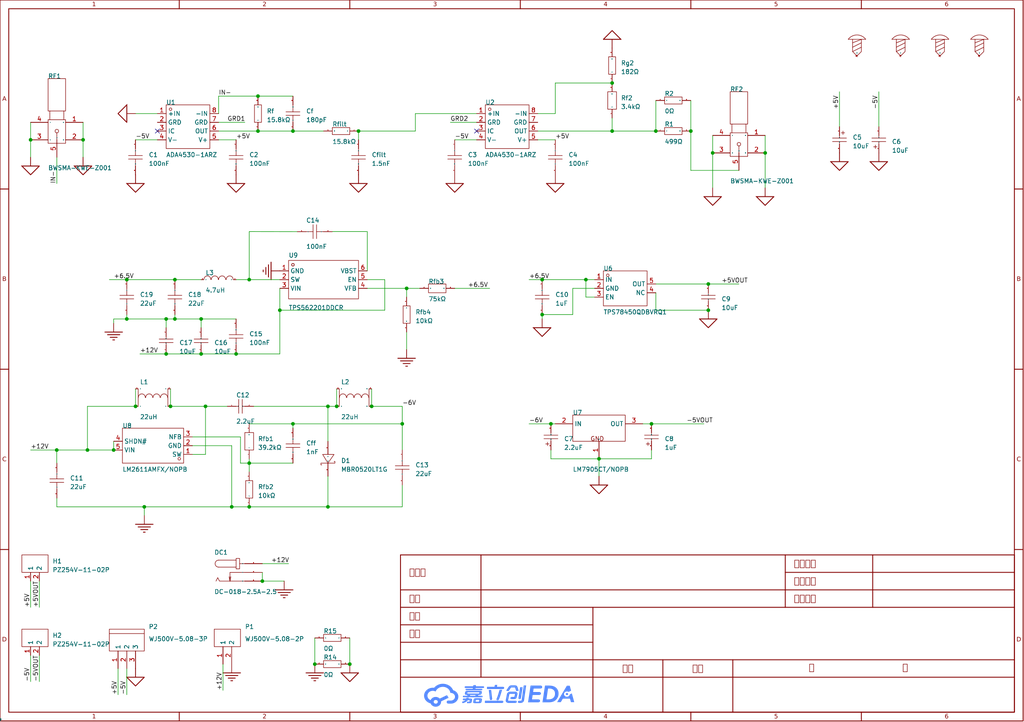
<source format=kicad_sch>
(kicad_sch (version 20250114) (generator "eeschema") (generator_version "9.0")
  (paper "User" 297.434 209.804)
  (junction (at 68.58 102.87))
  (junction (at 48.26 102.87))
  (junction (at 157.48 81.28))
  (junction (at 91.44 193.04))
  (junction (at 101.6 193.04))
  (junction (at 116.84 123.19))
  (junction (at 25.4 130.81))
  (junction (at 205.74 90.17))
  (junction (at 104.14 38.1))
  (junction (at 49.53 118.11))
  (junction (at 85.09 123.19))
  (junction (at 74.93 38.1))
  (junction (at 190.5 38.1))
  (junction (at 39.37 118.11))
  (junction (at 48.26 92.71))
  (junction (at 177.8 24.13))
  (junction (at 177.8 38.1))
  (junction (at 74.93 27.94))
  (junction (at 72.39 81.28))
  (junction (at 16.4846 130.81))
  (junction (at 72.39 134.62))
  (junction (at 170.18 81.28))
  (junction (at 58.42 102.87))
  (junction (at 160.02 123.19))
  (junction (at 85.09 38.1))
  (junction (at 95.25 147.32))
  (junction (at 207.01 44.45))
  (junction (at 81.28 90.17))
  (junction (at 200.66 38.1))
  (junction (at 36.83 92.71))
  (junction (at 173.99 133.35))
  (junction (at 157.48 91.44))
  (junction (at 222.25 44.45))
  (junction (at 24.13 40.64))
  (junction (at 50.8 92.71))
  (junction (at 205.74 82.55))
  (junction (at 97.79 118.11))
  (junction (at 33.02 130.81))
  (junction (at 59.69 118.11))
  (junction (at 76.2 168.91))
  (junction (at 67.31 147.32))
  (junction (at 58.42 92.71))
  (junction (at 41.91 147.32))
  (junction (at 95.25 118.11))
  (junction (at 72.39 147.32))
  (junction (at 189.23 123.19))
  (junction (at 118.11 83.82))
  (junction (at 8.89 40.64))
  (junction (at 36.83 81.28))
  (junction (at 50.8 81.28))
  (junction (at 107.95 118.11))
  (no_connect (at 138.43 38.1))
  (no_connect (at 45.72 38.1))
  (wire (pts (xy 63.5 33.02) (xy 63.5 27.94)))
  (wire (pts (xy 156.21 33.02) (xy 161.29 33.02)))
  (wire (pts (xy 190.5 85.09) (xy 190.5 90.17)))
  (wire (pts (xy 36.83 91.44) (xy 36.83 92.71)))
  (wire (pts (xy 111.76 81.28) (xy 106.68 81.28)))
  (wire (pts (xy 222.25 39.37) (xy 222.25 44.45)))
  (wire (pts (xy 24.13 35.56) (xy 24.13 40.64)))
  (wire (pts (xy 76.2 163.83) (xy 83.82 163.83)))
  (wire (pts (xy 160.02 130.81) (xy 160.02 133.35)))
  (wire (pts (xy 177.8 34.29) (xy 177.8 38.1)))
  (wire (pts (xy 153.67 123.19) (xy 160.02 123.19)))
  (wire (pts (xy 8.89 45.72) (xy 8.89 40.64)))
  (wire (pts (xy 81.28 81.28) (xy 72.39 81.28)))
  (wire (pts (xy 63.5 35.56) (xy 71.12 35.56)))
  (wire (pts (xy 104.14 38.1) (xy 104.14 40.64)))
  (wire (pts (xy 207.01 39.37) (xy 207.01 44.45)))
  (wire (pts (xy 33.02 92.71) (xy 36.83 92.71)))
  (wire (pts (xy 222.25 54.61) (xy 222.25 44.45)))
  (wire (pts (xy 156.21 40.64) (xy 161.29 40.64)))
  (wire (pts (xy 160.02 133.35) (xy 173.99 133.35)))
  (wire (pts (xy 49.53 118.11) (xy 59.69 118.11)))
  (wire (pts (xy 190.5 90.17) (xy 205.74 90.17)))
  (wire (pts (xy 97.79 113.03) (xy 97.79 118.11)))
  (wire (pts (xy 11.43 190.5) (xy 11.43 198.12)))
  (wire (pts (xy 120.65 33.02) (xy 120.65 38.1)))
  (wire (pts (xy 138.43 40.64) (xy 132.08 40.64)))
  (wire (pts (xy 63.5 38.1) (xy 74.93 38.1)))
  (wire (pts (xy 138.43 35.56) (xy 130.81 35.56)))
  (wire (pts (xy 157.48 81.28) (xy 170.18 81.28)))
  (wire (pts (xy 72.39 134.62) (xy 69.85 134.62)))
  (wire (pts (xy 68.58 81.28) (xy 72.39 81.28)))
  (wire (pts (xy 25.4 118.11) (xy 25.4 130.81)))
  (wire (pts (xy 48.26 92.71) (xy 50.8 92.71)))
  (wire (pts (xy 59.69 118.11) (xy 59.69 132.08)))
  (wire (pts (xy 160.02 123.19) (xy 161.29 123.19)))
  (wire (pts (xy 76.2 168.91) (xy 82.55 168.91)))
  (wire (pts (xy 106.68 78.74) (xy 106.68 67.31)))
  (wire (pts (xy 207.01 54.61) (xy 207.01 44.45)))
  (wire (pts (xy 189.23 123.19) (xy 186.69 123.19)))
  (wire (pts (xy 106.68 67.31) (xy 96.52 67.31)))
  (wire (pts (xy 205.74 82.55) (xy 190.5 82.55)))
  (wire (pts (xy 156.21 38.1) (xy 177.8 38.1)))
  (wire (pts (xy 157.48 91.44) (xy 166.37 91.44)))
  (wire (pts (xy 120.65 38.1) (xy 104.14 38.1)))
  (wire (pts (xy 72.39 137.16) (xy 72.39 134.62)))
  (wire (pts (xy 93.98 38.1) (xy 85.09 38.1)))
  (wire (pts (xy 161.29 33.02) (xy 161.29 24.13)))
  (wire (pts (xy 85.09 124.46) (xy 85.09 123.19)))
  (wire (pts (xy 118.11 96.52) (xy 118.11 101.6)))
  (wire (pts (xy 69.85 127) (xy 55.88 127)))
  (wire (pts (xy 91.44 185.42) (xy 91.44 193.04)))
  (wire (pts (xy 118.11 83.82) (xy 106.68 83.82)))
  (wire (pts (xy 72.39 67.31) (xy 72.39 81.28)))
  (wire (pts (xy 67.31 147.32) (xy 41.91 147.32)))
  (wire (pts (xy 48.26 92.71) (xy 36.83 92.71)))
  (wire (pts (xy 95.25 118.11) (xy 97.79 118.11)))
  (wire (pts (xy 189.23 123.19) (xy 204.47 123.19)))
  (wire (pts (xy 64.77 200.66) (xy 64.77 193.04)))
  (wire (pts (xy 48.26 92.71) (xy 48.26 95.25)))
  (wire (pts (xy 72.39 67.31) (xy 86.36 67.3354)))
  (wire (pts (xy 157.48 91.44) (xy 157.48 92.71)))
  (wire (pts (xy 95.25 147.32) (xy 116.84 147.32)))
  (wire (pts (xy 69.85 127) (xy 69.85 134.62)))
  (wire (pts (xy 16.4846 130.81) (xy 8.89 130.81)))
  (wire (pts (xy 116.84 140.97) (xy 116.84 147.32)))
  (wire (pts (xy 76.2 166.37) (xy 76.2 168.91)))
  (wire (pts (xy 161.29 24.13) (xy 177.8 24.13)))
  (wire (pts (xy 66.04 118.11) (xy 59.69 118.11)))
  (wire (pts (xy 138.43 33.02) (xy 120.65 33.02)))
  (wire (pts (xy 58.42 92.71) (xy 58.42 95.25)))
  (wire (pts (xy 39.37 118.11) (xy 39.37 113.03)))
  (wire (pts (xy 67.31 129.54) (xy 67.31 147.32)))
  (wire (pts (xy 55.88 129.54) (xy 67.31 129.54)))
  (wire (pts (xy 63.5 27.94) (xy 74.93 27.94)))
  (wire (pts (xy 50.8 81.28) (xy 36.83 81.28)))
  (wire (pts (xy 85.09 27.94) (xy 74.93 27.94)))
  (wire (pts (xy 41.91 147.32) (xy 16.51 147.32)))
  (wire (pts (xy 33.02 93.98) (xy 33.02 92.71)))
  (wire (pts (xy 85.09 123.19) (xy 116.84 123.19)))
  (wire (pts (xy 255.27 36.83) (xy 255.27 26.67)))
  (wire (pts (xy 55.88 132.08) (xy 59.69 132.08)))
  (wire (pts (xy 68.58 92.71) (xy 58.42 92.71)))
  (wire (pts (xy 153.67 81.28) (xy 157.48 81.28)))
  (wire (pts (xy 111.76 90.17) (xy 111.76 81.28)))
  (wire (pts (xy 107.95 113.03) (xy 107.95 118.11)))
  (wire (pts (xy 200.66 38.1) (xy 200.66 29.21)))
  (wire (pts (xy 95.25 138.43) (xy 95.25 147.32)))
  (wire (pts (xy 36.83 201.93) (xy 36.83 194.31)))
  (wire (pts (xy 16.51 45.72) (xy 16.51 53.34)))
  (wire (pts (xy 16.51 144.78) (xy 16.51 147.32)))
  (wire (pts (xy 50.8 91.44) (xy 50.8 92.71)))
  (wire (pts (xy 48.26 102.87) (xy 40.64 102.87)))
  (wire (pts (xy 31.75 81.28) (xy 36.83 81.28)))
  (wire (pts (xy 173.99 138.43) (xy 173.99 133.35)))
  (wire (pts (xy 170.18 81.28) (xy 172.72 81.28)))
  (wire (pts (xy 33.02 128.27) (xy 33.02 130.81)))
  (wire (pts (xy 116.84 118.11) (xy 107.95 118.11)))
  (wire (pts (xy 81.28 102.87) (xy 68.58 102.87)))
  (wire (pts (xy 172.72 86.36) (xy 170.18 86.36)))
  (wire (pts (xy 73.66 118.11) (xy 95.25 118.11)))
  (wire (pts (xy 214.63 49.53) (xy 200.66 49.53)))
  (wire (pts (xy 173.99 133.35) (xy 189.23 133.35)))
  (wire (pts (xy 243.84 36.83) (xy 243.84 26.67)))
  (wire (pts (xy 116.84 130.81) (xy 116.84 123.19)))
  (wire (pts (xy 81.28 83.82) (xy 81.28 90.17)))
  (wire (pts (xy 25.4 130.81) (xy 33.02 130.81)))
  (wire (pts (xy 101.6 185.42) (xy 101.6 193.04)))
  (wire (pts (xy 39.37 118.11) (xy 25.4 118.11)))
  (wire (pts (xy 95.25 128.27) (xy 95.25 118.11)))
  (wire (pts (xy 45.72 33.02) (xy 39.37 33.02)))
  (wire (pts (xy 8.89 176.53) (xy 8.89 168.91)))
  (wire (pts (xy 25.4 130.81) (xy 16.4846 130.81)))
  (wire (pts (xy 72.39 147.32) (xy 67.31 147.32)))
  (wire (pts (xy 68.58 102.87) (xy 58.42 102.87)))
  (wire (pts (xy 72.39 134.62) (xy 72.39 133.35)))
  (wire (pts (xy 170.18 86.36) (xy 170.18 81.28)))
  (wire (pts (xy 121.92 83.82) (xy 118.11 83.82)))
  (wire (pts (xy 205.74 82.55) (xy 214.63 82.55)))
  (wire (pts (xy 166.37 83.82) (xy 166.37 91.44)))
  (wire (pts (xy 116.84 118.11) (xy 116.84 123.19)))
  (wire (pts (xy 16.4846 134.62) (xy 16.4846 130.81)))
  (wire (pts (xy 58.42 102.87) (xy 48.26 102.87)))
  (wire (pts (xy 49.53 118.11) (xy 49.53 113.03)))
  (wire (pts (xy 41.91 149.86) (xy 41.91 147.32)))
  (wire (pts (xy 200.66 38.1) (xy 200.66 49.53)))
  (wire (pts (xy 45.72 40.64) (xy 39.37 40.64)))
  (wire (pts (xy 118.11 83.82) (xy 118.11 86.36)))
  (wire (pts (xy 63.5 40.64) (xy 68.58 40.64)))
  (wire (pts (xy 81.28 102.87) (xy 81.28 90.17)))
  (wire (pts (xy 132.08 83.82) (xy 142.24 83.82)))
  (wire (pts (xy 24.13 45.72) (xy 24.13 40.64)))
  (wire (pts (xy 85.09 134.62) (xy 72.39 134.62)))
  (wire (pts (xy 81.28 90.17) (xy 111.76 90.17)))
  (wire (pts (xy 58.42 81.28) (xy 50.8 81.28)))
  (wire (pts (xy 190.5 38.1) (xy 177.8 38.1)))
  (wire (pts (xy 190.5 38.1) (xy 190.5 29.21)))
  (wire (pts (xy 8.89 198.12) (xy 8.89 190.5)))
  (wire (pts (xy 85.09 38.1) (xy 74.93 38.1)))
  (wire (pts (xy 172.72 83.82) (xy 166.37 83.82)))
  (wire (pts (xy 85.09 123.19) (xy 72.39 123.19)))
  (wire (pts (xy 34.29 201.93) (xy 34.29 194.31)))
  (wire (pts (xy 58.42 92.71) (xy 50.8 92.71)))
  (wire (pts (xy 72.39 147.32) (xy 95.25 147.32)))
  (wire (pts (xy 11.43 168.91) (xy 11.43 176.53)))
  (wire (pts (xy 189.23 133.35) (xy 189.23 130.81)))
  (wire (pts (xy 8.89 35.56) (xy 8.89 40.64)))
  (label "IN-" (at 63.5 27.94 0))
  (label "-5V" (at 255.27 31.75 90))
  (label "-5VOUT" (at 199.39 123.19 0))
  (label "-5V" (at 8.89 198.12 90))
  (label "+5V" (at 161.29 40.64 0))
  (label "+12V" (at 8.89 130.81 0))
  (label "+5VOUT" (at 11.43 176.53 90))
  (label "+5V" (at 34.29 201.93 90))
  (label "+5V" (at 8.89 176.53 90))
  (label "IN-" (at 16.51 53.34 90))
  (label "+12V" (at 78.74 163.83 0))
  (label "GRD1" (at 66.04 35.56 0))
  (label "+6.5V" (at 33.02 81.28 0))
  (label "+5VOUT" (at 209.55 82.55 0))
  (label "+6.5V" (at 153.67 81.28 0))
  (label "+5V" (at 243.84 31.75 90))
  (label "GRD2" (at 130.81 35.56 0))
  (label "-5V" (at 36.83 201.93 90))
  (label "+12V" (at 64.77 200.66 90))
  (label "-6V" (at 116.84 118.11 0))
  (label "+6.5V" (at 135.89 83.82 0))
  (label "+12V" (at 40.64 102.87 0))
  (label "-5V" (at 132.08 40.64 0))
  (label "+5V" (at 68.58 40.64 0))
  (label "-5VOUT" (at 11.43 198.12 90))
  (label "-6V" (at 153.67 123.19 0))
  (label "-5V" (at 39.37 40.64 0))
  (symbol (lib_id "ADA4530_20-easyedapro:Ground-AGND") (at 24.13 45.72 0) (unit 1)
    (property "Reference" "#PWR?" (effects (hide yes)))
    (property "Footprint" "ADA4530_20-easyedapro:" (effects (hide yes)))
  )
  (symbol (lib_id "ADA4530_20-easyedapro:0805W8F1582T5E") (at 99.06 38.1 180) (unit 1)
    (property "Reference" "Rfilt" (at 96.52 36.83 0) (effects (justify right top)))
    (property "Value" "15.8kΩ" (at 96.52 41.91 0) (effects (justify right top)))
    (property "Footprint" "ADA4530_20-easyedapro:R0805" (effects (hide yes)))
    (property "Datasheet" "https://atta.szlcsc.com/upload/public/pdf/source/20200306/C422600_1E6D84923E4A46A82E41ADD87F860B5C.pdf" (effects (hide yes)))
    (property "Description" "电阻类型:厚膜电阻;阻值:15.8kΩ;精度:±1%;功率:125mW;最大工作电压:150V;温度系数:±100ppm/°C;" (effects (hide yes)))
    (property "Manufacturer Part" "RT0805BRD071K33L" (effects (hide yes)))
    (property "Manufacturer" "YAGEO(国巨)" (effects (hide yes)))
    (property "Supplier Part" "C865258" (effects (hide yes)))
    (property "Supplier" "LCSC" (effects (hide yes)))
    (property "LCSC Part Name" "15.8kΩ ±1% 125mW 厚膜电阻" (effects (hide yes)))
  )
  (symbol (lib_id "ADA4530_20-easyedapro:LM7905CT/NOPB") (at 173.99 128.27 0) (unit 1)
    (property "Reference" "U7" (at 166.37 120.65 0) (effects (justify left bottom)))
    (property "Value" "LM7905CT/NOPB" (at 166.37 137.16 0) (effects (justify left bottom)))
    (property "Footprint" "ADA4530_20-easyedapro:TO-220-3_L10.0-W4.5-P2.54-L" (effects (hide yes)))
    (property "Datasheet" "https://www.ti.com/cn/lit/gpn/lm79" (effects (hide yes)))
    (property "Description" "输出类型:固定;最大输入电压:25V;输出电压:5V;输出电流:1.5A;电源纹波抑制比(PSRR):66dB@(120Hz);输出极性:负极;" (effects (hide yes)))
    (property "Manufacturer Part" "LM7905CT/NOPB" (effects (hide yes)))
    (property "Manufacturer" "TI(德州仪器)" (effects (hide yes)))
    (property "Supplier Part" "C352863" (effects (hide yes)))
    (property "Supplier" "LCSC" (effects (hide yes)))
    (property "LCSC Part Name" "1.5A 负电压线性稳压器" (effects (hide yes)))
  )
  (symbol (lib_id "ADA4530_20-easyedapro:CR32NP-220KC") (at 44.45 115.57 0) (unit 1)
    (property "Reference" "L1" (at 40.64 111.76 0) (effects (justify left bottom)))
    (property "Value" "22uH" (at 40.64 121.92 0) (effects (justify left bottom)))
    (property "Footprint" "ADA4530_20-easyedapro:IND-SMD_4P-L3.8-W3.5_BL" (effects (hide yes)))
    (property "Datasheet" "https://atta.szlcsc.com/upload/public/pdf/source/20180224/C167313_15194366459971363664.pdf" (effects (hide yes)))
    (property "Description" "电感值:22uH;精度:±10%;额定电流:500mA;饱和电流(Isat):-;类型:-;" (effects (hide yes)))
    (property "Manufacturer Part" "CR32NP-220KC" (effects (hide yes)))
    (property "Manufacturer" "Sumida(胜美达)" (effects (hide yes)))
    (property "Supplier Part" "C167313" (effects (hide yes)))
    (property "Supplier" "LCSC" (effects (hide yes)))
    (property "LCSC Part Name" "22uH ±10%" (effects (hide yes)))
  )
  (symbol (lib_id "ADA4530_20-easyedapro:Ground-GND") (at 82.55 168.91 0) (unit 1)
    (property "Reference" "#PWR?" (effects (hide yes)))
    (property "Footprint" "ADA4530_20-easyedapro:" (effects (hide yes)))
  )
  (symbol (lib_id "ADA4530_20-easyedapro:LM2611AMFX/NOPB") (at 44.45 129.54 180) (unit 1)
    (property "Reference" "U8" (at 35.56 124.46 0) (effects (justify right top)))
    (property "Value" "LM2611AMFX/NOPB" (at 35.56 137.16 0) (effects (justify right top)))
    (property "Footprint" "ADA4530_20-easyedapro:SOT-23-5_L2.9-W1.6-P0.95-LS2.8-BR" (effects (hide yes)))
    (property "Datasheet" "https://www.ti.com/cn/lit/gpn/lm2611" (effects (hide yes)))
    (property "Description" "功能类型:升降压型;输出类型:可调;输入电压:2.7V~14V;输出电压:-32V~-1.23V;输出电流(最大值):1.2A;" (effects (hide yes)))
    (property "Manufacturer Part" "LM2611AMFX/NOPB" (effects (hide yes)))
    (property "Manufacturer" "TI(德州仪器)" (effects (hide yes)))
    (property "Supplier Part" "C2072505" (effects (hide yes)))
    (property "Supplier" "LCSC" (effects (hide yes)))
    (property "LCSC Part Name" "LM2611AMFX/NOPB" (effects (hide yes)))
  )
  (symbol (lib_id "ADA4530_20-easyedapro:Ground-GND") (at 118.11 101.6 0) (unit 1)
    (property "Reference" "#PWR?" (effects (hide yes)))
    (property "Footprint" "ADA4530_20-easyedapro:" (effects (hide yes)))
  )
  (symbol (lib_id "ADA4530_20-easyedapro:DC-018-2.5A-2.5") (at 68.58 166.37 0) (unit 1)
    (property "Reference" "DC1" (at 62.23 161.29 0) (effects (justify left bottom)))
    (property "Value" "DC-018-2.5A-2.5" (at 62.23 172.72 0) (effects (justify left bottom)))
    (property "Footprint" "ADA4530_20-easyedapro:DC-IN-TH_DC-018" (effects (hide yes)))
    (property "Datasheet" "https://atta.szlcsc.com/upload/public/pdf/source/20211011/841513E81FE39239E013AD10F679532A.pdf" (effects (hide yes)))
    (property "Description" "连接器类型:DC电源插座;安装方式:直插;触点内径:2.5mm;触点外径:5.5mm;额定电流:2.5A;额定电压:24V;工作温度范围:-20°C~+70°C;" (effects (hide yes)))
    (property "Manufacturer Part" "DC-018-2.5A-2.5" (effects (hide yes)))
    (property "Manufacturer" "XKB Connection(中国星坤)" (effects (hide yes)))
    (property "Supplier Part" "C2880553" (effects (hide yes)))
    (property "Supplier" "LCSC" (effects (hide yes)))
    (property "LCSC Part Name" "DC电源插座 内径:2.5mm 外径:5.5mm" (effects (hide yes)))
  )
  (symbol (lib_id "ADA4530_20-easyedapro:CC1206KKX7R7BB225") (at 69.85 118.11 0) (unit 1)
    (property "Reference" "C12" (at 68.58 115.57 0) (effects (justify left bottom)))
    (property "Value" "2.2uF" (at 68.58 123.19 0) (effects (justify left bottom)))
    (property "Footprint" "ADA4530_20-easyedapro:C1206" (effects (hide yes)))
    (property "Datasheet" "https://atta.szlcsc.com/upload/public/pdf/source/20170914/C128857_1505359892143968080.pdf" (effects (hide yes)))
    (property "Description" "容值:2.2uF;精度:±10%;额定电压:16V;材质(温度系数):X7R;" (effects (hide yes)))
    (property "Manufacturer Part" "CC1206KKX7R7BB225" (effects (hide yes)))
    (property "Manufacturer" "YAGEO(国巨)" (effects (hide yes)))
    (property "Supplier Part" "C107183" (effects (hide yes)))
    (property "Supplier" "LCSC" (effects (hide yes)))
    (property "LCSC Part Name" "2.2uF ±10% 16V" (effects (hide yes)))
  )
  (symbol (lib_id "ADA4530_20-easyedapro:0603WAF4990T5E") (at 195.58 38.1 0) (unit 1)
    (property "Reference" "R1" (at 193.04 36.83 0) (effects (justify left bottom)))
    (property "Value" "499Ω" (at 193.04 41.91 0) (effects (justify left bottom)))
    (property "Footprint" "ADA4530_20-easyedapro:R0603" (effects (hide yes)))
    (property "Datasheet" "https://atta.szlcsc.com/upload/public/pdf/source/20200306/C422600_1E6D84923E4A46A82E41ADD87F860B5C.pdf" (effects (hide yes)))
    (property "Description" "电阻类型:厚膜电阻;阻值:499Ω;精度:±1%;功率:100mW;最大工作电压:75V;温度系数:±100ppm/°C;" (effects (hide yes)))
    (property "Manufacturer Part" "0603WAF4990T5E" (effects (hide yes)))
    (property "Manufacturer" "UNI-ROYAL(厚声)" (effects (hide yes)))
    (property "Supplier Part" "C23065" (effects (hide yes)))
    (property "Supplier" "LCSC" (effects (hide yes)))
    (property "LCSC Part Name" "499Ω ±1% 100mW 厚膜电阻" (effects (hide yes)))
  )
  (symbol (lib_id "ADA4530_20-easyedapro:0805W8F1002T5E") (at 72.39 142.24 90) (unit 1)
    (property "Reference" "Rfb2" (at 74.93 142.24 90) (effects (justify right top)))
    (property "Value" "10kΩ" (at 74.93 144.78 90) (effects (justify right top)))
    (property "Footprint" "ADA4530_20-easyedapro:R0805" (effects (hide yes)))
    (property "Datasheet" "https://atta.szlcsc.com/upload/public/pdf/source/20200306/C422600_1E6D84923E4A46A82E41ADD87F860B5C.pdf" (effects (hide yes)))
    (property "Description" "电阻类型:厚膜电阻;阻值:10kΩ;精度:±1%;功率:125mW;最大工作电压:150V;温度系数:±100ppm/°C;" (effects (hide yes)))
    (property "Manufacturer Part" "0805W8F1002T5E" (effects (hide yes)))
    (property "Manufacturer" "UNI-ROYAL(厚声)" (effects (hide yes)))
    (property "Supplier Part" "C17414" (effects (hide yes)))
    (property "Supplier" "LCSC" (effects (hide yes)))
    (property "LCSC Part Name" "10kΩ ±1% 125mW 厚膜电阻" (effects (hide yes)))
  )
  (symbol (lib_id "ADA4530_20-easyedapro:螺丝孔") (at 248.92 13.462 0) (unit 1)
    (property "Reference" "SCREW1" (effects (hide yes)))
    (property "Footprint" "ADA4530_20-easyedapro:M2螺丝" (effects (hide yes)))
    (property "Check" "false" (effects (hide yes)))
  )
  (symbol (lib_id "ADA4530_20-easyedapro:GRM1885C1H102JA01D") (at 85.09 129.54 90) (unit 1)
    (property "Reference" "Cff" (at 88.9 129.54 90) (effects (justify right top)))
    (property "Value" "1nF" (at 88.9 132.08 90) (effects (justify right top)))
    (property "Footprint" "ADA4530_20-easyedapro:C0603" (effects (hide yes)))
    (property "Datasheet" "https://atta.szlcsc.com/upload/public/pdf/source/20200305/C490387_23319AE8C154DEB24C505E6C82A8106A.pdf" (effects (hide yes)))
    (property "Description" "容值:1nF;精度:±5%;额定电压:50V;材质(温度系数):C0G;" (effects (hide yes)))
    (property "Manufacturer Part" "GRM1885C1H102JA01D" (effects (hide yes)))
    (property "Manufacturer" "muRata(村田)" (effects (hide yes)))
    (property "Supplier Part" "C77026" (effects (hide yes)))
    (property "Supplier" "LCSC" (effects (hide yes)))
    (property "LCSC Part Name" "1nF ±5% 50V" (effects (hide yes)))
  )
  (symbol (lib_id "ADA4530_20-easyedapro:Ground-AGND") (at 39.37 33.02 270) (unit 1)
    (property "Reference" "#PWR?" (effects (hide yes)))
    (property "Footprint" "ADA4530_20-easyedapro:" (effects (hide yes)))
  )
  (symbol (lib_id "ADA4530_20-easyedapro:0805W8F1002T5E") (at 118.11 91.44 90) (unit 1)
    (property "Reference" "Rfb4" (at 120.65 91.44 90) (effects (justify right top)))
    (property "Value" "10kΩ" (at 120.65 93.98 90) (effects (justify right top)))
    (property "Footprint" "ADA4530_20-easyedapro:R0805" (effects (hide yes)))
    (property "Datasheet" "https://atta.szlcsc.com/upload/public/pdf/source/20200306/C422600_1E6D84923E4A46A82E41ADD87F860B5C.pdf" (effects (hide yes)))
    (property "Description" "电阻类型:厚膜电阻;阻值:10kΩ;精度:±1%;功率:125mW;最大工作电压:150V;温度系数:±100ppm/°C;" (effects (hide yes)))
    (property "Manufacturer Part" "0805W8F1002T5E" (effects (hide yes)))
    (property "Manufacturer" "UNI-ROYAL(厚声)" (effects (hide yes)))
    (property "Supplier Part" "C17414" (effects (hide yes)))
    (property "Supplier" "LCSC" (effects (hide yes)))
    (property "LCSC Part Name" "10kΩ ±1% 125mW 厚膜电阻" (effects (hide yes)))
  )
  (symbol (lib_id "ADA4530_20-easyedapro:Ground-GND") (at 33.02 93.98 0) (unit 1)
    (property "Reference" "#PWR?" (effects (hide yes)))
    (property "Footprint" "ADA4530_20-easyedapro:" (effects (hide yes)))
  )
  (symbol (lib_id "ADA4530_20-easyedapro:PTFR0805B3K40P9") (at 177.8 29.21 90) (unit 1)
    (property "Reference" "Rf2" (at 180.34 29.21 90) (effects (justify right top)))
    (property "Value" "3.4kΩ" (at 180.34 31.75 90) (effects (justify right top)))
    (property "Footprint" "ADA4530_20-easyedapro:R0805" (effects (hide yes)))
    (property "Datasheet" "https://atta.szlcsc.com/upload/public/pdf/source/20240506/11BDC7478D84177AC2A5326A65B6EB29.pdf" (effects (hide yes)))
    (property "Description" "电阻类型:薄膜电阻;阻值:3.4kΩ;精度:±0.1%;功率:130mW;最大工作电压:150V;温度系数:±25ppm/°C;" (effects (hide yes)))
    (property "Manufacturer Part" "PTFR0805B3K40P9" (effects (hide yes)))
    (property "Manufacturer" "RESI(开步睿思)" (effects (hide yes)))
    (property "Supplier Part" "C2849214" (effects (hide yes)))
    (property "Supplier" "LCSC" (effects (hide yes)))
    (property "LCSC Part Name" "薄膜电阻 3.4kΩ ±0.1% 130mW" (effects (hide yes)))
  )
  (symbol (lib_id "ADA4530_20-easyedapro:BWSMA-KWE-Z001") (at 16.51 35.56 270) (unit 1)
    (property "Reference" "RF1" (at 13.97 22.86 90) (effects (justify left bottom)))
    (property "Value" "BWSMA-KWE-Z001" (at 13.97 49.53 90) (effects (justify left bottom)))
    (property "Footprint" "ADA4530_20-easyedapro:SMA-TH_BWSMA-KWE-Z001" (effects (hide yes)))
    (property "Datasheet" "https://atta.szlcsc.com/upload/public/pdf/source/20231017/997A8C2ADA7F8034A89BE1264F38CE52.pdf" (effects (hide yes)))
    (property "Description" "连接器类型:板端;接口类型:内孔;端口数量:1;接口直径:5.3mm;接口长度/高度:-;频率-最大值:-;射频系列:SMA;阻抗:50Ω;样式:弯头;触头材质:-;触头镀层:-;工作温度范围:-;焊接温度(最大值):-;" (effects (hide yes)))
    (property "Manufacturer Part" "BWSMA-KWE-Z001" (effects (hide yes)))
    (property "Manufacturer" "BAT WIRELESS(蝙蝠无线)" (effects (hide yes)))
    (property "Supplier Part" "C496551" (effects (hide yes)))
    (property "Supplier" "LCSC" (effects (hide yes)))
    (property "LCSC Part Name" "内孔 SMA 弯头" (effects (hide yes)))
  )
  (symbol (lib_id "ADA4530_20-easyedapro:GMK325BJ226MM-P") (at 36.83 86.36 90) (unit 1)
    (property "Reference" "C19" (at 40.64 86.36 90) (effects (justify right top)))
    (property "Value" "22uF" (at 40.64 88.9 90) (effects (justify right top)))
    (property "Footprint" "ADA4530_20-easyedapro:C1210" (effects (hide yes)))
    (property "Datasheet" "https://atta.szlcsc.com/upload/public/pdf/source/20200107/C471398_4D150C2F82D9DF0CFE325EE548591887.pdf" (effects (hide yes)))
    (property "Description" "容值:22uF;精度:±20%;额定电压:35V;材质(温度系数):X5R;" (effects (hide yes)))
    (property "Manufacturer Part" "GMK325BJ226MM-P" (effects (hide yes)))
    (property "Manufacturer" "TAIYO YUDEN(太诱)" (effects (hide yes)))
    (property "Supplier Part" "C778721" (effects (hide yes)))
    (property "Supplier" "LCSC" (effects (hide yes)))
    (property "LCSC Part Name" "22uF ±20% 35V" (effects (hide yes)))
  )
  (symbol (lib_id "ADA4530_20-easyedapro:TPS78450QDBVRQ1") (at 181.61 83.82 0) (unit 1)
    (property "Reference" "U6" (at 175.26 78.74 0) (effects (justify left bottom)))
    (property "Value" "TPS78450QDBVRQ1" (at 175.26 91.44 0) (effects (justify left bottom)))
    (property "Footprint" "ADA4530_20-easyedapro:SOT-23-5_L2.9-W1.6-P0.95-LS2.8-BL" (effects (hide yes)))
    (property "Datasheet" "https://www.ti.com/cn/lit/gpn/tps784-q1" (effects (hide yes)))
    (property "Description" "输出类型:固定;最大输入电压:6V;输出电压:5V;输出电流:300mA;输出极性:正极;" (effects (hide yes)))
    (property "Manufacturer Part" "TPS78450QDBVRQ1" (effects (hide yes)))
    (property "Manufacturer" "TI(德州仪器)" (effects (hide yes)))
    (property "Supplier Part" "C2877783" (effects (hide yes)))
    (property "Supplier" "LCSC" (effects (hide yes)))
    (property "LCSC Part Name" "具有高精度和使能功能的汽车类 300mA、低 IQ、高 PSRR LDO 稳压器" (effects (hide yes)))
  )
  (symbol (lib_id "ADA4530_20-easyedapro:FXL0530-4R7-M") (at 63.5 81.28 0) (unit 1)
    (property "Reference" "L3" (at 59.69 80.01 0) (effects (justify left bottom)))
    (property "Value" "4.7uH" (at 59.69 85.09 0) (effects (justify left bottom)))
    (property "Footprint" "ADA4530_20-easyedapro:IND-SMD_L5.4-W5.2_FXL0530" (effects (hide yes)))
    (property "Datasheet" "https://atta.szlcsc.com/upload/public/pdf/source/20240426/3189EA8206330E2108542F9E34E540E7.pdf" (effects (hide yes)))
    (property "Description" "电感值:4.7uH;精度:±20%;额定电流:4.5A;饱和电流(Isat):5A;类型:一体成型电感;" (effects (hide yes)))
    (property "Manufacturer Part" "FXL0530-4R7-M" (effects (hide yes)))
    (property "Manufacturer" "cjiang(长江微电)" (effects (hide yes)))
    (property "Supplier Part" "C177246" (effects (hide yes)))
    (property "Supplier" "LCSC" (effects (hide yes)))
    (property "LCSC Part Name" "4.7uH ±20% 5A" (effects (hide yes)))
  )
  (symbol (lib_id "ADA4530_20-easyedapro:TAJA105K016RNJ") (at 189.23 127 90) (unit 1)
    (property "Reference" "C8" (at 193.04 128.27 90) (effects (justify right top)))
    (property "Value" "1uF" (at 193.04 130.81 90) (effects (justify right top)))
    (property "Footprint" "ADA4530_20-easyedapro:CASE-A_3216" (effects (hide yes)))
    (property "Datasheet" "https://atta.szlcsc.com/upload/public/pdf/source/20160107/1457707750344.pdf" (effects (hide yes)))
    (property "Description" "容值:1uF;精度:±10%;额定电压:16V;等效串联电阻:11Ω;" (effects (hide yes)))
    (property "Manufacturer Part" "TAJA105K016RNJ" (effects (hide yes)))
    (property "Manufacturer" "Kyocera AVX" (effects (hide yes)))
    (property "Supplier Part" "C7174" (effects (hide yes)))
    (property "Supplier" "LCSC" (effects (hide yes)))
    (property "LCSC Part Name" "1uF ±10% 16V" (effects (hide yes)))
  )
  (symbol (lib_id "ADA4530_20-easyedapro:CC0603KRX7R9BB104") (at 68.58 45.72 90) (unit 1)
    (property "Reference" "C2" (at 72.39 45.72 90) (effects (justify right top)))
    (property "Value" "100nF" (at 72.39 48.26 90) (effects (justify right top)))
    (property "Footprint" "ADA4530_20-easyedapro:C0603" (effects (hide yes)))
    (property "Datasheet" "https://atta.szlcsc.com/upload/public/pdf/source/20180910/C282072_33301C7F631E79921B82A8DAC6BCC5B3.pdf" (effects (hide yes)))
    (property "Description" "容值:100nF;精度:±10%;额定电压:50V;材质(温度系数):X7R;" (effects (hide yes)))
    (property "Manufacturer Part" "CC0603KRX7R9BB104" (effects (hide yes)))
    (property "Manufacturer" "YAGEO(国巨)" (effects (hide yes)))
    (property "Supplier Part" "C14663" (effects (hide yes)))
    (property "Supplier" "LCSC" (effects (hide yes)))
    (property "LCSC Part Name" "100nF ±10% 50V" (effects (hide yes)))
  )
  (symbol (lib_id "ADA4530_20-easyedapro:ADA4530-1ARZ") (at 147.32 36.83 0) (unit 1)
    (property "Reference" "U2" (at 140.97 30.48 0) (effects (justify left bottom)))
    (property "Value" "ADA4530-1ARZ" (at 140.97 45.72 0) (effects (justify left bottom)))
    (property "Footprint" "ADA4530_20-easyedapro:SOIC-8_L4.9-W3.9-P1.27-LS6.0-BL" (effects (hide yes)))
    (property "Datasheet" "https://atta.szlcsc.com/upload/public/pdf/source/20200729/C654128_C8802637E08A58373167ED8215F15F2A.pdf" (effects (hide yes)))
    (property "Description" "放大器数:单路;轨到轨:轨到轨输出;增益带宽积(GBP):2MHz;输入失调电压(Vos):300uV;压摆率(SR):1.4V/us;输入偏置电流(Ib):0.02pA;" (effects (hide yes)))
    (property "Manufacturer Part" "ADA4530-1ARZ" (effects (hide yes)))
    (property "Manufacturer" "ADI(亚德诺)" (effects (hide yes)))
    (property "Supplier Part" "C654128" (effects (hide yes)))
    (property "Supplier" "LCSC" (effects (hide yes)))
    (property "LCSC Part Name" "飞安级输入偏置电流静电计放大器" (effects (hide yes)))
  )
  (symbol (lib_id "ADA4530_20-easyedapro:0603WAF0000T5E") (at 195.58 29.21 180) (unit 1)
    (property "Reference" "R2" (at 193.04 27.94 0) (effects (justify right top)))
    (property "Value" "0Ω" (at 193.04 33.02 0) (effects (justify right top)))
    (property "Footprint" "ADA4530_20-easyedapro:R0603" (effects (hide yes)))
    (property "Datasheet" "https://atta.szlcsc.com/upload/public/pdf/source/20200306/C422600_1E6D84923E4A46A82E41ADD87F860B5C.pdf" (effects (hide yes)))
    (property "Description" "电阻类型:厚膜电阻;阻值:0Ω;精度:±1%;功率:100mW;最大工作电压:75V;" (effects (hide yes)))
    (property "Manufacturer Part" "0603WAF0000T5E" (effects (hide yes)))
    (property "Manufacturer" "UNI-ROYAL(厚声)" (effects (hide yes)))
    (property "Supplier Part" "C21189" (effects (hide yes)))
    (property "Supplier" "LCSC" (effects (hide yes)))
    (property "LCSC Part Name" "0Ω ±1% 100mW 厚膜电阻" (effects (hide yes)))
  )
  (symbol (lib_id "ADA4530_20-easyedapro:0603WAF0000T5E") (at 96.52 193.04 180) (unit 1)
    (property "Reference" "R14" (at 93.98 191.77 0) (effects (justify right top)))
    (property "Value" "0Ω" (at 93.98 196.85 0) (effects (justify right top)))
    (property "Footprint" "ADA4530_20-easyedapro:R0603" (effects (hide yes)))
    (property "Datasheet" "https://atta.szlcsc.com/upload/public/pdf/source/20200306/C422600_1E6D84923E4A46A82E41ADD87F860B5C.pdf" (effects (hide yes)))
    (property "Description" "电阻类型:厚膜电阻;阻值:0Ω;精度:±1%;功率:100mW;最大工作电压:75V;" (effects (hide yes)))
    (property "Manufacturer Part" "0603WAF0000T5E" (effects (hide yes)))
    (property "Manufacturer" "UNI-ROYAL(厚声)" (effects (hide yes)))
    (property "Supplier Part" "C21189" (effects (hide yes)))
    (property "Supplier" "LCSC" (effects (hide yes)))
    (property "LCSC Part Name" "0Ω ±1% 100mW 厚膜电阻" (effects (hide yes)))
  )
  (symbol (lib_id "ADA4530_20-easyedapro:Ground-AGND") (at 173.99 138.43 0) (unit 1)
    (property "Reference" "#PWR?" (effects (hide yes)))
    (property "Footprint" "ADA4530_20-easyedapro:" (effects (hide yes)))
  )
  (symbol (lib_id "ADA4530_20-easyedapro:CR32NP-220KC") (at 102.87 115.57 0) (unit 1)
    (property "Reference" "L2" (at 99.06 111.76 0) (effects (justify left bottom)))
    (property "Value" "22uH" (at 99.06 121.92 0) (effects (justify left bottom)))
    (property "Footprint" "ADA4530_20-easyedapro:IND-SMD_4P-L3.8-W3.5_BL" (effects (hide yes)))
    (property "Datasheet" "https://atta.szlcsc.com/upload/public/pdf/source/20180224/C167313_15194366459971363664.pdf" (effects (hide yes)))
    (property "Description" "电感值:22uH;精度:±10%;额定电流:500mA;饱和电流(Isat):-;类型:-;" (effects (hide yes)))
    (property "Manufacturer Part" "CR32NP-220KC" (effects (hide yes)))
    (property "Manufacturer" "Sumida(胜美达)" (effects (hide yes)))
    (property "Supplier Part" "C167313" (effects (hide yes)))
    (property "Supplier" "LCSC" (effects (hide yes)))
    (property "LCSC Part Name" "22uH ±10%" (effects (hide yes)))
  )
  (symbol (lib_id "ADA4530_20-easyedapro:0805CG181J500NT") (at 85.09 33.02 90) (unit 1)
    (property "Reference" "Cf" (at 88.9 33.02 90) (effects (justify right top)))
    (property "Value" "180pF" (at 88.9 35.56 90) (effects (justify right top)))
    (property "Footprint" "ADA4530_20-easyedapro:C0805" (effects (hide yes)))
    (property "Datasheet" "https://atta.szlcsc.com/upload/public/pdf/source/20200305/C486355_26A10D38EF8C2A5C37091D0039909270.pdf" (effects (hide yes)))
    (property "Description" "容值:180pF;精度:±5%;额定电压:50V;材质(温度系数):C0G;" (effects (hide yes)))
    (property "Manufacturer Part" "0805CG181J500NT" (effects (hide yes)))
    (property "Manufacturer" "FH(风华)" (effects (hide yes)))
    (property "Supplier Part" "C501859" (effects (hide yes)))
    (property "Supplier" "LCSC" (effects (hide yes)))
    (property "LCSC Part Name" "180pF ±5% 50V" (effects (hide yes)))
  )
  (symbol (lib_id "ADA4530_20-easyedapro:GMK325BJ226MM-P") (at 50.8 86.36 90) (unit 1)
    (property "Reference" "C18" (at 54.61 86.36 90) (effects (justify right top)))
    (property "Value" "22uF" (at 54.61 88.9 90) (effects (justify right top)))
    (property "Footprint" "ADA4530_20-easyedapro:C1210" (effects (hide yes)))
    (property "Datasheet" "https://atta.szlcsc.com/upload/public/pdf/source/20200107/C471398_4D150C2F82D9DF0CFE325EE548591887.pdf" (effects (hide yes)))
    (property "Description" "容值:22uF;精度:±20%;额定电压:35V;材质(温度系数):X5R;" (effects (hide yes)))
    (property "Manufacturer Part" "GMK325BJ226MM-P" (effects (hide yes)))
    (property "Manufacturer" "TAIYO YUDEN(太诱)" (effects (hide yes)))
    (property "Supplier Part" "C778721" (effects (hide yes)))
    (property "Supplier" "LCSC" (effects (hide yes)))
    (property "LCSC Part Name" "22uF ±20% 35V" (effects (hide yes)))
  )
  (symbol (lib_id "ADA4530_20-easyedapro:CC0603KRX7R9BB104") (at 132.08 45.72 270) (unit 1)
    (property "Reference" "C3" (at 135.89 45.72 90) (effects (justify left bottom)))
    (property "Value" "100nF" (at 135.89 48.26 90) (effects (justify left bottom)))
    (property "Footprint" "ADA4530_20-easyedapro:C0603" (effects (hide yes)))
    (property "Datasheet" "https://atta.szlcsc.com/upload/public/pdf/source/20180910/C282072_33301C7F631E79921B82A8DAC6BCC5B3.pdf" (effects (hide yes)))
    (property "Description" "容值:100nF;精度:±10%;额定电压:50V;材质(温度系数):X7R;" (effects (hide yes)))
    (property "Manufacturer Part" "CC0603KRX7R9BB104" (effects (hide yes)))
    (property "Manufacturer" "YAGEO(国巨)" (effects (hide yes)))
    (property "Supplier Part" "C14663" (effects (hide yes)))
    (property "Supplier" "LCSC" (effects (hide yes)))
    (property "LCSC Part Name" "100nF ±10% 50V" (effects (hide yes)))
  )
  (symbol (lib_id "ADA4530_20-easyedapro:Ground-AGND") (at 157.48 92.71 0) (unit 1)
    (property "Reference" "#PWR?" (effects (hide yes)))
    (property "Footprint" "ADA4530_20-easyedapro:" (effects (hide yes)))
  )
  (symbol (lib_id "ADA4530_20-easyedapro:ADA4530-1ARZ") (at 54.61 36.83 0) (unit 1)
    (property "Reference" "U1" (at 48.26 30.48 0) (effects (justify left bottom)))
    (property "Value" "ADA4530-1ARZ" (at 48.26 45.72 0) (effects (justify left bottom)))
    (property "Footprint" "ADA4530_20-easyedapro:SOIC-8_L4.9-W3.9-P1.27-LS6.0-BL" (effects (hide yes)))
    (property "Datasheet" "https://atta.szlcsc.com/upload/public/pdf/source/20200729/C654128_C8802637E08A58373167ED8215F15F2A.pdf" (effects (hide yes)))
    (property "Description" "放大器数:单路;轨到轨:轨到轨输出;增益带宽积(GBP):2MHz;输入失调电压(Vos):300uV;压摆率(SR):1.4V/us;输入偏置电流(Ib):0.02pA;" (effects (hide yes)))
    (property "Manufacturer Part" "ADA4530-1ARZ" (effects (hide yes)))
    (property "Manufacturer" "ADI(亚德诺)" (effects (hide yes)))
    (property "Supplier Part" "C654128" (effects (hide yes)))
    (property "Supplier" "LCSC" (effects (hide yes)))
    (property "LCSC Part Name" "飞安级输入偏置电流静电计放大器" (effects (hide yes)))
  )
  (symbol (lib_id "ADA4530_20-easyedapro:Ground-AGND") (at 104.14 50.8 0) (unit 1)
    (property "Reference" "#PWR?" (effects (hide yes)))
    (property "Footprint" "ADA4530_20-easyedapro:" (effects (hide yes)))
  )
  (symbol (lib_id "ADA4530_20-easyedapro:Ground-AGND") (at 39.37 50.8 0) (unit 1)
    (property "Reference" "#PWR?" (effects (hide yes)))
    (property "Footprint" "ADA4530_20-easyedapro:" (effects (hide yes)))
  )
  (symbol (lib_id "ADA4530_20-easyedapro:Ground-GND") (at 91.44 193.04 0) (unit 1)
    (property "Reference" "#PWR?" (effects (hide yes)))
    (property "Footprint" "ADA4530_20-easyedapro:" (effects (hide yes)))
  )
  (symbol (lib_id "ADA4530_20-easyedapro:Ground-AGND") (at 243.84 44.45 0) (unit 1)
    (property "Reference" "#PWR?" (effects (hide yes)))
    (property "Footprint" "ADA4530_20-easyedapro:" (effects (hide yes)))
  )
  (symbol (lib_id "ADA4530_20-easyedapro:CC0603KRX7R9BB104") (at 68.58 97.79 270) (unit 1)
    (property "Reference" "C15" (at 72.39 97.79 90) (effects (justify left bottom)))
    (property "Value" "100nF" (at 72.39 100.33 90) (effects (justify left bottom)))
    (property "Footprint" "ADA4530_20-easyedapro:C0603" (effects (hide yes)))
    (property "Datasheet" "https://atta.szlcsc.com/upload/public/pdf/source/20180910/C282072_33301C7F631E79921B82A8DAC6BCC5B3.pdf" (effects (hide yes)))
    (property "Description" "容值:100nF;精度:±10%;额定电压:50V;材质(温度系数):X7R;" (effects (hide yes)))
    (property "Manufacturer Part" "CC0603KRX7R9BB104" (effects (hide yes)))
    (property "Manufacturer" "YAGEO(国巨)" (effects (hide yes)))
    (property "Supplier Part" "C14663" (effects (hide yes)))
    (property "Supplier" "LCSC" (effects (hide yes)))
    (property "LCSC Part Name" "100nF ±10% 50V" (effects (hide yes)))
  )
  (symbol (lib_id "ADA4530_20-easyedapro:螺丝孔") (at 284.48 13.462 0) (unit 1)
    (property "Reference" "SCREW4" (effects (hide yes)))
    (property "Footprint" "ADA4530_20-easyedapro:M2螺丝" (effects (hide yes)))
    (property "Check" "false" (effects (hide yes)))
  )
  (symbol (lib_id "ADA4530_20-easyedapro:Ground-GND") (at 67.31 193.04 0) (unit 1)
    (property "Reference" "#PWR?" (effects (hide yes)))
    (property "Footprint" "ADA4530_20-easyedapro:" (effects (hide yes)))
  )
  (symbol (lib_id "ADA4530_20-easyedapro:Ground-AGND") (at 8.89 45.72 0) (unit 1)
    (property "Reference" "#PWR?" (effects (hide yes)))
    (property "Footprint" "ADA4530_20-easyedapro:" (effects (hide yes)))
  )
  (symbol (lib_id "ADA4530_20-easyedapro:BWSMA-KWE-Z001") (at 214.63 39.37 270) (unit 1)
    (property "Reference" "RF2" (at 212.09 26.67 90) (effects (justify left bottom)))
    (property "Value" "BWSMA-KWE-Z001" (at 212.09 53.34 90) (effects (justify left bottom)))
    (property "Footprint" "ADA4530_20-easyedapro:SMA-TH_BWSMA-KWE-Z001" (effects (hide yes)))
    (property "Datasheet" "https://atta.szlcsc.com/upload/public/pdf/source/20231017/997A8C2ADA7F8034A89BE1264F38CE52.pdf" (effects (hide yes)))
    (property "Description" "连接器类型:板端;接口类型:内孔;端口数量:1;接口直径:5.3mm;接口长度/高度:-;频率-最大值:-;射频系列:SMA;阻抗:50Ω;样式:弯头;触头材质:-;触头镀层:-;工作温度范围:-;焊接温度(最大值):-;" (effects (hide yes)))
    (property "Manufacturer Part" "BWSMA-KWE-Z001" (effects (hide yes)))
    (property "Manufacturer" "BAT WIRELESS(蝙蝠无线)" (effects (hide yes)))
    (property "Supplier Part" "C496551" (effects (hide yes)))
    (property "Supplier" "LCSC" (effects (hide yes)))
    (property "LCSC Part Name" "内孔 SMA 弯头" (effects (hide yes)))
  )
  (symbol (lib_id "ADA4530_20-easyedapro:GMK325BJ226MM-P") (at 16.51 139.7 90) (unit 1)
    (property "Reference" "C11" (at 20.32 139.7 90) (effects (justify right top)))
    (property "Value" "22uF" (at 20.32 142.24 90) (effects (justify right top)))
    (property "Footprint" "ADA4530_20-easyedapro:C1210" (effects (hide yes)))
    (property "Datasheet" "https://atta.szlcsc.com/upload/public/pdf/source/20200107/C471398_4D150C2F82D9DF0CFE325EE548591887.pdf" (effects (hide yes)))
    (property "Description" "容值:22uF;精度:±20%;额定电压:35V;材质(温度系数):X5R;" (effects (hide yes)))
    (property "Manufacturer Part" "GMK325BJ226MM-P" (effects (hide yes)))
    (property "Manufacturer" "TAIYO YUDEN(太诱)" (effects (hide yes)))
    (property "Supplier Part" "C778721" (effects (hide yes)))
    (property "Supplier" "LCSC" (effects (hide yes)))
    (property "LCSC Part Name" "22uF ±20% 35V" (effects (hide yes)))
  )
  (symbol (lib_id "ADA4530_20-easyedapro:0603WAF0000T5E") (at 96.52 185.42 180) (unit 1)
    (property "Reference" "R15" (at 93.98 184.15 0) (effects (justify right top)))
    (property "Value" "0Ω" (at 93.98 189.23 0) (effects (justify right top)))
    (property "Footprint" "ADA4530_20-easyedapro:R0603" (effects (hide yes)))
    (property "Datasheet" "https://atta.szlcsc.com/upload/public/pdf/source/20200306/C422600_1E6D84923E4A46A82E41ADD87F860B5C.pdf" (effects (hide yes)))
    (property "Description" "电阻类型:厚膜电阻;阻值:0Ω;精度:±1%;功率:100mW;最大工作电压:75V;" (effects (hide yes)))
    (property "Manufacturer Part" "0603WAF0000T5E" (effects (hide yes)))
    (property "Manufacturer" "UNI-ROYAL(厚声)" (effects (hide yes)))
    (property "Supplier Part" "C21189" (effects (hide yes)))
    (property "Supplier" "LCSC" (effects (hide yes)))
    (property "LCSC Part Name" "0Ω ±1% 100mW 厚膜电阻" (effects (hide yes)))
  )
  (symbol (lib_id "ADA4530_20-easyedapro:Ground-AGND") (at 161.29 50.8 0) (unit 1)
    (property "Reference" "#PWR?" (effects (hide yes)))
    (property "Footprint" "ADA4530_20-easyedapro:" (effects (hide yes)))
  )
  (symbol (lib_id "ADA4530_20-easyedapro:WJ500V-5.08-2P-14-00A") (at 66.04 187.96 0) (unit 1)
    (property "Reference" "P1" (at 71.12 182.88 0) (effects (justify left bottom)))
    (property "Value" "WJ500V-5.08-2P" (at 71.12 186.436 0) (effects (justify left bottom)))
    (property "Footprint" "ADA4530_20-easyedapro:CONN-TH_2P-P5.00_WJ500V-5.08-2P" (effects (hide yes)))
    (property "Datasheet" "https://atta.szlcsc.com/upload/public/pdf/source/20191225/C8465_02D34CE5B5B4A53DF5891601D97FA9F4.pdf" (effects (hide yes)))
    (property "Description" "结构:1x2P;间距:5.08mm;颜色:绿色;安装方式:直插;额定电流:18A;额定电压:250V;排数:1;线规 - AWG:14~30;线规 - 平方毫米:2.5;每排PIN数:2;触头材质:-;触头镀层:-;工作温度范围:-40°C~+105°C;焊接温度(最大值):-;" (effects (hide yes)))
    (property "Manufacturer Part" "WJ500V-5.08-2P" (effects (hide yes)))
    (property "Manufacturer" "KANGNEX(康奈克斯电气)" (effects (hide yes)))
    (property "Supplier Part" "C8465" (effects (hide yes)))
    (property "Supplier" "LCSC" (effects (hide yes)))
    (property "LCSC Part Name" "1x2P 5.08mm 直插 排数:1 每排P数:2" (effects (hide yes)))
  )
  (symbol (lib_id "ADA4530_20-easyedapro:CL31A106KAHNNNE") (at 58.42 99.06 90) (unit 1)
    (property "Reference" "C16" (at 62.23 100.33 90) (effects (justify right top)))
    (property "Value" "10uF" (at 62.23 102.87 90) (effects (justify right top)))
    (property "Footprint" "ADA4530_20-easyedapro:C1206" (effects (hide yes)))
    (property "Datasheet" "https://atta.szlcsc.com/upload/public/pdf/source/20160218/1457707763339.pdf" (effects (hide yes)))
    (property "Description" "容值:10uF;精度:±10%;额定电压:25V;材质(温度系数):X5R;" (effects (hide yes)))
    (property "Manufacturer Part" "CL31A106KAHNNNE" (effects (hide yes)))
    (property "Manufacturer" "SAMSUNG(三星)" (effects (hide yes)))
    (property "Supplier Part" "C9807" (effects (hide yes)))
    (property "Supplier" "LCSC" (effects (hide yes)))
    (property "LCSC Part Name" "10uF ±10% 25V" (effects (hide yes)))
  )
  (symbol (lib_id "ADA4530_20-easyedapro:0805W8F1582T5E") (at 74.93 33.02 90) (unit 1)
    (property "Reference" "Rf" (at 77.47 33.02 90) (effects (justify right top)))
    (property "Value" "15.8kΩ" (at 77.47 35.56 90) (effects (justify right top)))
    (property "Footprint" "ADA4530_20-easyedapro:R0805" (effects (hide yes)))
    (property "Datasheet" "https://atta.szlcsc.com/upload/public/pdf/source/20200306/C422600_1E6D84923E4A46A82E41ADD87F860B5C.pdf" (effects (hide yes)))
    (property "Description" "电阻类型:厚膜电阻;阻值:15.8kΩ;精度:±1%;功率:125mW;最大工作电压:150V;温度系数:±100ppm/°C;" (effects (hide yes)))
    (property "Manufacturer Part" "0805W8F1582T5E" (effects (hide yes)))
    (property "Manufacturer" "UNI-ROYAL(厚声)" (effects (hide yes)))
    (property "Supplier Part" "C17468" (effects (hide yes)))
    (property "Supplier" "LCSC" (effects (hide yes)))
    (property "LCSC Part Name" "15.8kΩ ±1% 125mW 厚膜电阻" (effects (hide yes)))
  )
  (symbol (lib_id "ADA4530_20-easyedapro:0805W8F1820T5E") (at 177.8 19.05 90) (unit 1)
    (property "Reference" "Rg2" (at 180.34 19.05 90) (effects (justify right top)))
    (property "Value" "182Ω" (at 180.34 21.59 90) (effects (justify right top)))
    (property "Footprint" "ADA4530_20-easyedapro:R0805" (effects (hide yes)))
    (property "Datasheet" "https://atta.szlcsc.com/upload/public/pdf/source/20200306/C422600_1E6D84923E4A46A82E41ADD87F860B5C.pdf" (effects (hide yes)))
    (property "Description" "电阻类型:厚膜电阻;阻值:182Ω;精度:±1%;功率:125mW;最大工作电压:150V;温度系数:±100ppm/°C;" (effects (hide yes)))
    (property "Manufacturer Part" "0805W8F1820T5E" (effects (hide yes)))
    (property "Manufacturer" "UNI-ROYAL(厚声)" (effects (hide yes)))
    (property "Supplier Part" "C17503" (effects (hide yes)))
    (property "Supplier" "LCSC" (effects (hide yes)))
    (property "LCSC Part Name" "182Ω ±1% 125mW 厚膜电阻" (effects (hide yes)))
  )
  (symbol (lib_id "ADA4530_20-easyedapro:TAJA225K016RNJ") (at 160.02 127 90) (unit 1)
    (property "Reference" "C7" (at 163.83 128.27 90) (effects (justify right top)))
    (property "Value" "2.2uF" (at 163.83 130.81 90) (effects (justify right top)))
    (property "Footprint" "ADA4530_20-easyedapro:CASE-A_3216" (effects (hide yes)))
    (property "Datasheet" "https://atta.szlcsc.com/upload/public/pdf/source/20160107/1457707750344.pdf" (effects (hide yes)))
    (property "Description" "容值:2.2uF;精度:±10%;额定电压:16V;等效串联电阻:6.5Ω@100kHz;" (effects (hide yes)))
    (property "Manufacturer Part" "TAJA225K016RNJ" (effects (hide yes)))
    (property "Manufacturer" "Kyocera AVX" (effects (hide yes)))
    (property "Supplier Part" "C7180" (effects (hide yes)))
    (property "Supplier" "LCSC" (effects (hide yes)))
    (property "LCSC Part Name" "2.2uF ±10% 16V" (effects (hide yes)))
  )
  (symbol (lib_id "ADA4530_20-easyedapro:Ground-GND") (at 41.91 149.86 0) (unit 1)
    (property "Reference" "#PWR?" (effects (hide yes)))
    (property "Footprint" "ADA4530_20-easyedapro:" (effects (hide yes)))
  )
  (symbol (lib_id "ADA4530_20-easyedapro:TPS562201DDCR") (at 93.98 81.28 0) (unit 1)
    (property "Reference" "U9" (at 83.82 74.93 0) (effects (justify left bottom)))
    (property "Value" "TPS562201DDCR" (at 83.82 90.17 0) (effects (justify left bottom)))
    (property "Footprint" "ADA4530_20-easyedapro:SOT-23-6_L2.9-W1.6-P0.95-LS2.8-BR" (effects (hide yes)))
    (property "Datasheet" "https://www.ti.com/cn/lit/gpn/tps562201" (effects (hide yes)))
    (property "Description" "功能类型:降压型;输出类型:可调;输入电压:4.5V~17V;输出电压:768mV~7V;输出电流:2A;" (effects (hide yes)))
    (property "Manufacturer Part" "TPS562201DDCR" (effects (hide yes)))
    (property "Manufacturer" "TI(德州仪器)" (effects (hide yes)))
    (property "Supplier Part" "C90061" (effects (hide yes)))
    (property "Supplier" "LCSC" (effects (hide yes)))
    (property "LCSC Part Name" "TPS562201DDCR" (effects (hide yes)))
  )
  (symbol (lib_id "ADA4530_20-easyedapro:TAJC106K025RNJ") (at 243.84 40.64 90) (unit 1)
    (property "Reference" "C5" (at 247.65 40.64 90) (effects (justify right top)))
    (property "Value" "10uF" (at 247.65 43.18 90) (effects (justify right top)))
    (property "Footprint" "ADA4530_20-easyedapro:CAP-SMD_L6.0-W3.2-R-RD" (effects (hide yes)))
    (property "Datasheet" "https://atta.szlcsc.com/upload/public/pdf/source/20160107/1457707750344.pdf" (effects (hide yes)))
    (property "Description" "容值:10uF;精度:±10%;额定电压:25V;等效串联电阻:1.8Ω@100kHz;" (effects (hide yes)))
    (property "Manufacturer Part" "TAJC106K025RNJ" (effects (hide yes)))
    (property "Manufacturer" "Kyocera AVX" (effects (hide yes)))
    (property "Supplier Part" "C7210" (effects (hide yes)))
    (property "Supplier" "LCSC" (effects (hide yes)))
    (property "LCSC Part Name" "10uF ±10% 25V" (effects (hide yes)))
  )
  (symbol (lib_id "ADA4530_20-easyedapro:CC0603KRX7R9BB104") (at 91.44 67.3354 180) (unit 1)
    (property "Reference" "C14" (at 88.9 64.77 0) (effects (justify right top)))
    (property "Value" "100nF" (at 88.9 72.39 0) (effects (justify right top)))
    (property "Footprint" "ADA4530_20-easyedapro:C0603" (effects (hide yes)))
    (property "Datasheet" "https://atta.szlcsc.com/upload/public/pdf/source/20180910/C282072_33301C7F631E79921B82A8DAC6BCC5B3.pdf" (effects (hide yes)))
    (property "Description" "容值:100nF;精度:±10%;额定电压:50V;材质(温度系数):X7R;" (effects (hide yes)))
    (property "Manufacturer Part" "CC0603KRX7R9BB104" (effects (hide yes)))
    (property "Manufacturer" "YAGEO(国巨)" (effects (hide yes)))
    (property "Supplier Part" "C14663" (effects (hide yes)))
    (property "Supplier" "LCSC" (effects (hide yes)))
    (property "LCSC Part Name" "100nF ±10% 50V" (effects (hide yes)))
  )
  (symbol (lib_id "ADA4530_20-easyedapro:CL31A106KAHNNNE") (at 205.74 86.36 90) (unit 1)
    (property "Reference" "C9" (at 209.55 87.63 90) (effects (justify right top)))
    (property "Value" "10uF" (at 209.55 90.17 90) (effects (justify right top)))
    (property "Footprint" "ADA4530_20-easyedapro:C1206" (effects (hide yes)))
    (property "Datasheet" "https://atta.szlcsc.com/upload/public/pdf/source/20160218/1457707763339.pdf" (effects (hide yes)))
    (property "Description" "容值:10uF;精度:±10%;额定电压:25V;材质(温度系数):X5R;" (effects (hide yes)))
    (property "Manufacturer Part" "CL31A106KAHNNNE" (effects (hide yes)))
    (property "Manufacturer" "SAMSUNG(三星)" (effects (hide yes)))
    (property "Supplier Part" "C9807" (effects (hide yes)))
    (property "Supplier" "LCSC" (effects (hide yes)))
    (property "LCSC Part Name" "10uF ±10% 25V" (effects (hide yes)))
  )
  (symbol (lib_id "ADA4530_20-easyedapro:Sheet-Symbol_A4") (at 0 209.55 0) (unit 1)
    (property "Reference" "?" (at 0 209.55 0))
    (property "Footprint" "ADA4530_20-easyedapro:" (effects (hide yes)))
    (property "@Board Name" "ADA4530-1输入改为SMA" (effects (hide yes)))
    (property "@Create Date" "2025-03-15" (effects (hide yes)))
    (property "@Create Time" "13:31:19" (effects (hide yes)))
    (property "@Page Count" "1" (effects (hide yes)))
    (property "@Page Name" "P1" (effects (hide yes)))
    (property "@Page No" "1" (effects (hide yes)))
    (property "@Project Name" "yuhuiceshi" (effects (hide yes)))
    (property "@Schematic Name" "Schematic4_1" (effects (hide yes)))
    (property "@Update Date" "2025-03-15" (effects (hide yes)))
    (property "@Update Time" "13:31:20" (effects (hide yes)))
    (property "Blade Width" "10" (effects (hide yes)))
    (property "Border" "1" (effects (hide yes)))
    (property "Company" "嘉立创EDA" (effects (hide yes)))
    (property "Page Size" "A4" (effects (hide yes)))
    (property "Region Start" "1" (effects (hide yes)))
    (property "Title Block" "1" (effects (hide yes)))
    (property "Title Block Position" "3" (effects (hide yes)))
    (property "Version" "V1.0" (effects (hide yes)))
    (property "X Region Count" "6" (effects (hide yes)))
    (property "Y Region Count" "4" (effects (hide yes)))
  )
  (symbol (lib_id "ADA4530_20-easyedapro:CC0603KRX7R9BB104") (at 161.29 45.72 90) (unit 1)
    (property "Reference" "C4" (at 165.1 45.72 90) (effects (justify right top)))
    (property "Value" "100nF" (at 165.1 48.26 90) (effects (justify right top)))
    (property "Footprint" "ADA4530_20-easyedapro:C0603" (effects (hide yes)))
    (property "Datasheet" "https://atta.szlcsc.com/upload/public/pdf/source/20180910/C282072_33301C7F631E79921B82A8DAC6BCC5B3.pdf" (effects (hide yes)))
    (property "Description" "容值:100nF;精度:±10%;额定电压:50V;材质(温度系数):X7R;" (effects (hide yes)))
    (property "Manufacturer Part" "CC0603KRX7R9BB104" (effects (hide yes)))
    (property "Manufacturer" "YAGEO(国巨)" (effects (hide yes)))
    (property "Supplier Part" "C14663" (effects (hide yes)))
    (property "Supplier" "LCSC" (effects (hide yes)))
    (property "LCSC Part Name" "100nF ±10% 50V" (effects (hide yes)))
  )
  (symbol (lib_id "ADA4530_20-easyedapro:GMK325BJ226MM-P") (at 116.84 135.89 90) (unit 1)
    (property "Reference" "C13" (at 120.65 135.89 90) (effects (justify right top)))
    (property "Value" "22uF" (at 120.65 138.43 90) (effects (justify right top)))
    (property "Footprint" "ADA4530_20-easyedapro:C1210" (effects (hide yes)))
    (property "Datasheet" "https://atta.szlcsc.com/upload/public/pdf/source/20200107/C471398_4D150C2F82D9DF0CFE325EE548591887.pdf" (effects (hide yes)))
    (property "Description" "容值:22uF;精度:±20%;额定电压:35V;材质(温度系数):X5R;" (effects (hide yes)))
    (property "Manufacturer Part" "GMK325BJ226MM-P" (effects (hide yes)))
    (property "Manufacturer" "TAIYO YUDEN(太诱)" (effects (hide yes)))
    (property "Supplier Part" "C778721" (effects (hide yes)))
    (property "Supplier" "LCSC" (effects (hide yes)))
    (property "LCSC Part Name" "22uF ±20% 35V" (effects (hide yes)))
  )
  (symbol (lib_id "ADA4530_20-easyedapro:Ground-AGND") (at 101.6 193.04 0) (unit 1)
    (property "Reference" "#PWR?" (effects (hide yes)))
    (property "Footprint" "ADA4530_20-easyedapro:" (effects (hide yes)))
  )
  (symbol (lib_id "ADA4530_20-easyedapro:Ground-AGND") (at 207.01 54.61 0) (unit 1)
    (property "Reference" "#PWR?" (effects (hide yes)))
    (property "Footprint" "ADA4530_20-easyedapro:" (effects (hide yes)))
  )
  (symbol (lib_id "ADA4530_20-easyedapro:TAJC106K025RNJ") (at 255.27 40.64 270) (unit 1)
    (property "Reference" "C6" (at 259.0546 41.91 90) (effects (justify left bottom)))
    (property "Value" "10uF" (at 259.0546 44.45 90) (effects (justify left bottom)))
    (property "Footprint" "ADA4530_20-easyedapro:CAP-SMD_L6.0-W3.2-R-RD" (effects (hide yes)))
    (property "Datasheet" "https://atta.szlcsc.com/upload/public/pdf/source/20160107/1457707750344.pdf" (effects (hide yes)))
    (property "Description" "容值:10uF;精度:±10%;额定电压:25V;等效串联电阻:1.8Ω@100kHz;" (effects (hide yes)))
    (property "Manufacturer Part" "TAJC106K025RNJ" (effects (hide yes)))
    (property "Manufacturer" "Kyocera AVX" (effects (hide yes)))
    (property "Supplier Part" "C7210" (effects (hide yes)))
    (property "Supplier" "LCSC" (effects (hide yes)))
    (property "LCSC Part Name" "10uF ±10% 25V" (effects (hide yes)))
  )
  (symbol (lib_id "ADA4530_20-easyedapro:Ground-AGND") (at 132.08 50.8 0) (unit 1)
    (property "Reference" "#PWR?" (effects (hide yes)))
    (property "Footprint" "ADA4530_20-easyedapro:" (effects (hide yes)))
  )
  (symbol (lib_id "ADA4530_20-easyedapro:螺丝孔") (at 261.62 13.462 0) (unit 1)
    (property "Reference" "SCREW2" (effects (hide yes)))
    (property "Footprint" "ADA4530_20-easyedapro:M2螺丝" (effects (hide yes)))
    (property "Check" "false" (effects (hide yes)))
  )
  (symbol (lib_id "ADA4530_20-easyedapro:Ground-AGND") (at 255.27 44.45 0) (unit 1)
    (property "Reference" "#PWR?" (effects (hide yes)))
    (property "Footprint" "ADA4530_20-easyedapro:" (effects (hide yes)))
  )
  (symbol (lib_id "ADA4530_20-easyedapro:CL10A105KB8NNNC") (at 157.48 86.36 90) (unit 1)
    (property "Reference" "C10" (at 161.29 86.36 90) (effects (justify right top)))
    (property "Value" "1uF" (at 161.29 88.9 90) (effects (justify right top)))
    (property "Footprint" "ADA4530_20-easyedapro:C0603" (effects (hide yes)))
    (property "Datasheet" "https://atta.szlcsc.com/upload/public/pdf/source/20160218/1457707763339.pdf" (effects (hide yes)))
    (property "Description" "容值:1uF;精度:±10%;额定电压:50V;材质(温度系数):X5R;" (effects (hide yes)))
    (property "Manufacturer Part" "CL10A105KB8NNNC" (effects (hide yes)))
    (property "Manufacturer" "SAMSUNG(三星)" (effects (hide yes)))
    (property "Supplier Part" "C15849" (effects (hide yes)))
    (property "Supplier" "LCSC" (effects (hide yes)))
    (property "LCSC Part Name" "1uF ±10% 50V" (effects (hide yes)))
  )
  (symbol (lib_id "ADA4530_20-easyedapro:CL31A106KAHNNNE") (at 48.26 99.06 90) (unit 1)
    (property "Reference" "C17" (at 52.07 100.33 90) (effects (justify right top)))
    (property "Value" "10uF" (at 52.07 102.87 90) (effects (justify right top)))
    (property "Footprint" "ADA4530_20-easyedapro:C1206" (effects (hide yes)))
    (property "Datasheet" "https://atta.szlcsc.com/upload/public/pdf/source/20160218/1457707763339.pdf" (effects (hide yes)))
    (property "Description" "容值:10uF;精度:±10%;额定电压:25V;材质(温度系数):X5R;" (effects (hide yes)))
    (property "Manufacturer Part" "CL31A106KAHNNNE" (effects (hide yes)))
    (property "Manufacturer" "SAMSUNG(三星)" (effects (hide yes)))
    (property "Supplier Part" "C9807" (effects (hide yes)))
    (property "Supplier" "LCSC" (effects (hide yes)))
    (property "LCSC Part Name" "10uF ±10% 25V" (effects (hide yes)))
  )
  (symbol (lib_id "ADA4530_20-easyedapro:PZ254V-11-02P") (at 10.16 163.83 90) (unit 1)
    (property "Reference" "H1" (at 15.24 163.83 90) (effects (justify right top)))
    (property "Value" "PZ254V-11-02P" (at 15.24 166.37 90) (effects (justify right top)))
    (property "Footprint" "ADA4530_20-easyedapro:HDR-TH_2P-P2.54-V-M" (effects (hide yes)))
    (property "Datasheet" "https://atta.szlcsc.com/upload/public/pdf/source/20200309/C492401_A812433581A9B211A7FFA413ADDFF0E5.pdf" (effects (hide yes)))
    (property "Description" "插针结构:1x2P;间距:2.54mm;行距:-;圆针/方针:方针;安装类型:直插;排数:单排;总PIN位数:2P;额定电流:-;额定电压:-;配合针长度:6mm;塑高:2.5mm;端接针长度:3mm;触头材质:黄铜;触头镀层:-;工作温度范围:-40°C~+105°C;颜色:黑色;" (effects (hide yes)))
    (property "Manufacturer Part" "PZ254V-11-02P" (effects (hide yes)))
    (property "Manufacturer" "XFCN(兴飞)" (effects (hide yes)))
    (property "Supplier Part" "C492401" (effects (hide yes)))
    (property "Supplier" "LCSC" (effects (hide yes)))
    (property "LCSC Part Name" "间距:2.54mm 1x2P 直插 方针" (effects (hide yes)))
  )
  (symbol (lib_id "ADA4530_20-easyedapro:Ground-AGND") (at 177.8 13.97 180) (unit 1)
    (property "Reference" "#PWR?" (effects (hide yes)))
    (property "Footprint" "ADA4530_20-easyedapro:" (effects (hide yes)))
  )
  (symbol (lib_id "ADA4530_20-easyedapro:螺丝孔") (at 273.05 13.462 0) (unit 1)
    (property "Reference" "SCREW3" (effects (hide yes)))
    (property "Footprint" "ADA4530_20-easyedapro:M2螺丝" (effects (hide yes)))
    (property "Check" "false" (effects (hide yes)))
  )
  (symbol (lib_id "ADA4530_20-easyedapro:MBR0520LT1G") (at 95.25 133.35 90) (unit 1)
    (property "Reference" "D1" (at 99.06 134.62 90) (effects (justify right top)))
    (property "Value" "MBR0520LT1G" (at 99.06 137.16 90) (effects (justify right top)))
    (property "Footprint" "ADA4530_20-easyedapro:SOD-123_L2.8-W1.8-LS3.7-RD" (effects (hide yes)))
    (property "Datasheet" "https://atta.szlcsc.com/upload/public/pdf/source/20200107/C165467_B46770004CC25E9EEC451D5DBE275EFE.pdf" (effects (hide yes)))
    (property "Description" "正向压降(Vf):385mV@500mA;直流反向耐压(Vr):20V;平均整流电流(Io):500mA;" (effects (hide yes)))
    (property "Manufacturer Part" "MBR0520LT1G" (effects (hide yes)))
    (property "Manufacturer" "onsemi(安森美)" (effects (hide yes)))
    (property "Supplier Part" "C23848" (effects (hide yes)))
    (property "Supplier" "LCSC" (effects (hide yes)))
    (property "LCSC Part Name" "电压:20V 电流:500mA" (effects (hide yes)))
  )
  (symbol (lib_id "ADA4530_20-easyedapro:Ground-GND") (at 81.28 78.74 270) (unit 1)
    (property "Reference" "#PWR?" (effects (hide yes)))
    (property "Footprint" "ADA4530_20-easyedapro:" (effects (hide yes)))
  )
  (symbol (lib_id "ADA4530_20-easyedapro:Ground-AGND") (at 205.74 90.17 0) (unit 1)
    (property "Reference" "#PWR?" (effects (hide yes)))
    (property "Footprint" "ADA4530_20-easyedapro:" (effects (hide yes)))
  )
  (symbol (lib_id "ADA4530_20-easyedapro:Ground-AGND") (at 68.58 50.8 0) (unit 1)
    (property "Reference" "#PWR?" (effects (hide yes)))
    (property "Footprint" "ADA4530_20-easyedapro:" (effects (hide yes)))
  )
  (symbol (lib_id "ADA4530_20-easyedapro:Ground-AGND") (at 39.37 194.31 0) (unit 1)
    (property "Reference" "#PWR?" (effects (hide yes)))
    (property "Footprint" "ADA4530_20-easyedapro:" (effects (hide yes)))
  )
  (symbol (lib_id "ADA4530_20-easyedapro:CC0603KRX7R9BB104") (at 39.3446 45.72 90) (unit 1)
    (property "Reference" "C1" (at 43.18 45.72 90) (effects (justify right top)))
    (property "Value" "100nF" (at 43.18 48.26 90) (effects (justify right top)))
    (property "Footprint" "ADA4530_20-easyedapro:C0603" (effects (hide yes)))
    (property "Datasheet" "https://atta.szlcsc.com/upload/public/pdf/source/20180910/C282072_33301C7F631E79921B82A8DAC6BCC5B3.pdf" (effects (hide yes)))
    (property "Description" "容值:100nF;精度:±10%;额定电压:50V;材质(温度系数):X7R;" (effects (hide yes)))
    (property "Manufacturer Part" "CC0603KRX7R9BB104" (effects (hide yes)))
    (property "Manufacturer" "YAGEO(国巨)" (effects (hide yes)))
    (property "Supplier Part" "C14663" (effects (hide yes)))
    (property "Supplier" "LCSC" (effects (hide yes)))
    (property "LCSC Part Name" "100nF ±10% 50V" (effects (hide yes)))
  )
  (symbol (lib_id "ADA4530_20-easyedapro:WJ500V-5.08-3P-14-00A") (at 36.83 189.23 0) (unit 1)
    (property "Reference" "P2" (at 43.18 182.88 0) (effects (justify left bottom)))
    (property "Value" "WJ500V-5.08-3P" (at 43.18 186.436 0) (effects (justify left bottom)))
    (property "Footprint" "ADA4530_20-easyedapro:CONN-TH_3P-P5.00_WJ500V-5.08-3P" (effects (hide yes)))
    (property "Datasheet" "https://atta.szlcsc.com/upload/public/pdf/source/20191225/C72334_8A5EF831D67650233B6B1E3F2BC06274.pdf" (effects (hide yes)))
    (property "Description" "结构:1x3P;间距:5.08mm;颜色:绿色;安装方式:直插;额定电流:18A;额定电压:250V;排数:1;线规 - AWG:14~30;线规 - 平方毫米:2.5;每排PIN数:3;工作温度范围:-40°C~+105°C;" (effects (hide yes)))
    (property "Manufacturer Part" "WJ500V-5.08-3P" (effects (hide yes)))
    (property "Manufacturer" "KANGNEX(康奈克斯电气)" (effects (hide yes)))
    (property "Supplier Part" "C72334" (effects (hide yes)))
    (property "Supplier" "LCSC" (effects (hide yes)))
    (property "LCSC Part Name" "5.08mm 1x3P 排数:1 每排P数:3 直插" (effects (hide yes)))
  )
  (symbol (lib_id "ADA4530_20-easyedapro:CC0805FRNPO9BN152") (at 104.14 45.72 90) (unit 1)
    (property "Reference" "Cfilt" (at 107.95 45.72 90) (effects (justify right top)))
    (property "Value" "1.5nF" (at 107.95 48.26 90) (effects (justify right top)))
    (property "Footprint" "ADA4530_20-easyedapro:C0805" (effects (hide yes)))
    (property "Datasheet" "https://atta.szlcsc.com/upload/public/pdf/source/20200615/C541572_75B017E42B81E12B0DEAEB7B17D8F495.pdf" (effects (hide yes)))
    (property "Description" "容值:1.5nF;精度:±1%;额定电压:50V;材质(温度系数):NP0;" (effects (hide yes)))
    (property "Manufacturer Part" "CC0805FRNPO9BN152" (effects (hide yes)))
    (property "Manufacturer" "YAGEO(国巨)" (effects (hide yes)))
    (property "Supplier Part" "C541572" (effects (hide yes)))
    (property "Supplier" "LCSC" (effects (hide yes)))
    (property "LCSC Part Name" "1.5nF ±1% 50V" (effects (hide yes)))
  )
  (symbol (lib_id "ADA4530_20-easyedapro:FRC0805J753TS") (at 127 83.82 0) (unit 1)
    (property "Reference" "Rfb3" (at 124.46 82.55 0) (effects (justify left bottom)))
    (property "Value" "75kΩ" (at 124.46 87.63 0) (effects (justify left bottom)))
    (property "Footprint" "ADA4530_20-easyedapro:R0805" (effects (hide yes)))
    (property "Datasheet" "https://atta.szlcsc.com/upload/public/pdf/source/20211221/925EC7D7225764EE0046F22065062C87.pdf" (effects (hide yes)))
    (property "Description" "电阻类型:厚膜电阻;阻值:75kΩ;精度:±5%;功率:125mW;最大工作电压:150V;温度系数:±100ppm/°C;" (effects (hide yes)))
    (property "Manufacturer Part" "FRC0805J753TS" (effects (hide yes)))
    (property "Manufacturer" "FOJAN(富捷)" (effects (hide yes)))
    (property "Supplier Part" "C2930313" (effects (hide yes)))
    (property "Supplier" "LCSC" (effects (hide yes)))
    (property "LCSC Part Name" "75kΩ ±5% 125mW 厚膜电阻" (effects (hide yes)))
  )
  (symbol (lib_id "ADA4530_20-easyedapro:PZ254V-11-02P") (at 10.16 185.42 90) (unit 1)
    (property "Reference" "H2" (at 15.24 185.42 90) (effects (justify right top)))
    (property "Value" "PZ254V-11-02P" (at 15.24 187.96 90) (effects (justify right top)))
    (property "Footprint" "ADA4530_20-easyedapro:HDR-TH_2P-P2.54-V-M" (effects (hide yes)))
    (property "Datasheet" "https://atta.szlcsc.com/upload/public/pdf/source/20200309/C492401_A812433581A9B211A7FFA413ADDFF0E5.pdf" (effects (hide yes)))
    (property "Description" "插针结构:1x2P;间距:2.54mm;行距:-;圆针/方针:方针;安装类型:直插;排数:单排;总PIN位数:2P;额定电流:-;额定电压:-;配合针长度:6mm;塑高:2.5mm;端接针长度:3mm;触头材质:黄铜;触头镀层:-;工作温度范围:-40°C~+105°C;颜色:黑色;" (effects (hide yes)))
    (property "Manufacturer Part" "PZ254V-11-02P" (effects (hide yes)))
    (property "Manufacturer" "XFCN(兴飞)" (effects (hide yes)))
    (property "Supplier Part" "C492401" (effects (hide yes)))
    (property "Supplier" "LCSC" (effects (hide yes)))
    (property "LCSC Part Name" "间距:2.54mm 1x2P 直插 方针" (effects (hide yes)))
  )
  (symbol (lib_id "ADA4530_20-easyedapro:RC0805FR-0739K2L") (at 72.39 128.27 90) (unit 1)
    (property "Reference" "Rfb1" (at 74.93 128.27 90) (effects (justify right top)))
    (property "Value" "39.2kΩ" (at 74.93 130.81 90) (effects (justify right top)))
    (property "Footprint" "ADA4530_20-easyedapro:R0805" (effects (hide yes)))
    (property "Datasheet" "https://atta.szlcsc.com/upload/public/pdf/source/20191125/C364360_EA870FADD46A2AD4DBE56DD50D360B3E.pdf" (effects (hide yes)))
    (property "Description" "电阻类型:厚膜电阻;阻值:39.2kΩ;精度:±1%;功率:125mW;最大工作电压:150V;温度系数:±100ppm/°C;" (effects (hide yes)))
    (property "Manufacturer Part" "RC0805FR-0739K2L" (effects (hide yes)))
    (property "Manufacturer" "YAGEO(国巨)" (effects (hide yes)))
    (property "Supplier Part" "C273844" (effects (hide yes)))
    (property "Supplier" "LCSC" (effects (hide yes)))
    (property "LCSC Part Name" "厚膜电阻 39.2kΩ ±1% 125mW" (effects (hide yes)))
  )
  (symbol (lib_id "ADA4530_20-easyedapro:Ground-AGND") (at 222.25 54.61 0) (unit 1)
    (property "Reference" "#PWR?" (effects (hide yes)))
    (property "Footprint" "ADA4530_20-easyedapro:" (effects (hide yes)))
  )
)
</source>
